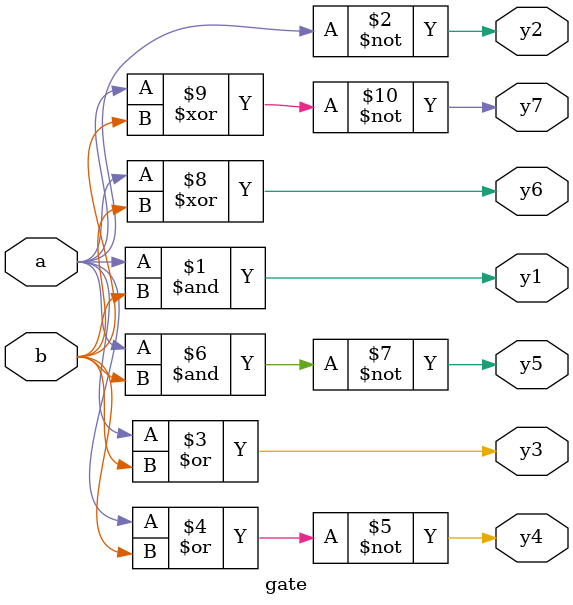
<source format=v>
module gate(a,b,y1,y2,y3,y4,y5,y6,y7);
input a,b;
output y1,y2,y3,y4,y5,y6,y7;
assign y1=a&b;
assign y2=~a;
assign y3=a|b;
assign y4=~(a|b);
assign y5=~(a&b);
assign y6=a^b;
assign y7=~(a^b);
endmodule




</source>
